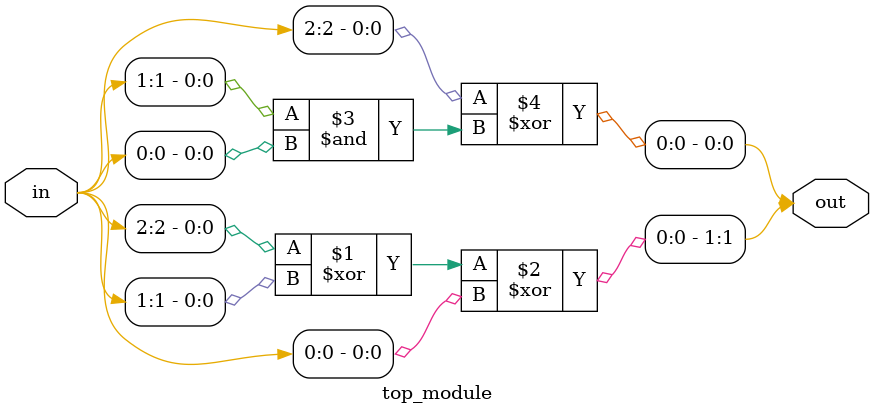
<source format=sv>
module top_module (
    input [2:0] in,
    output [1:0] out
);

    // Combinational logic to calculate the output
    assign out[1] = in[2] ^ in[1] ^ in[0];
    assign out[0] = in[2] ^ in[1] & in[0];

endmodule

</source>
